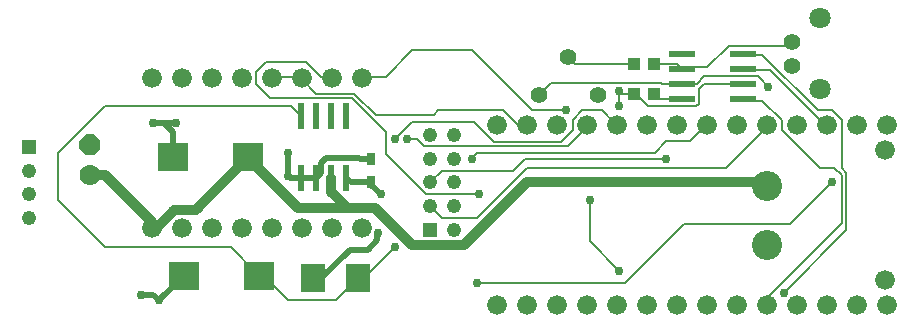
<source format=gbr>
G04 EAGLE Gerber RS-274X export*
G75*
%MOMM*%
%FSLAX34Y34*%
%LPD*%
%INTop Copper*%
%IPPOS*%
%AMOC8*
5,1,8,0,0,1.08239X$1,22.5*%
G01*
%ADD10R,2.600000X2.400000*%
%ADD11P,1.924489X8X112.500000*%
%ADD12C,1.778000*%
%ADD13R,0.800000X1.000000*%
%ADD14R,2.000000X2.400000*%
%ADD15R,1.219200X1.219200*%
%ADD16C,1.219200*%
%ADD17R,1.000000X1.100000*%
%ADD18C,1.676400*%
%ADD19R,0.600000X2.200000*%
%ADD20R,2.200000X0.600000*%
%ADD21C,2.550000*%
%ADD22C,1.422400*%
%ADD23C,1.800000*%
%ADD24C,0.152400*%
%ADD25C,0.756400*%
%ADD26C,0.508000*%
%ADD27C,0.812800*%


D10*
X220950Y21100D03*
X157450Y21100D03*
X230250Y-78900D03*
X166750Y-78900D03*
D11*
X87300Y31700D03*
D12*
X87300Y6300D03*
D13*
X325000Y20000D03*
X325000Y0D03*
D14*
X275700Y-81100D03*
X313700Y-81100D03*
D15*
X375000Y-40000D03*
D16*
X395000Y-40000D03*
X375000Y-20000D03*
X395000Y-20000D03*
X375000Y0D03*
X395000Y0D03*
X375000Y20000D03*
X395000Y20000D03*
X375000Y40000D03*
X395000Y40000D03*
D15*
X35400Y30000D03*
D16*
X35400Y10000D03*
X35400Y-10000D03*
X35400Y-30000D03*
D17*
X564500Y100000D03*
X547500Y100000D03*
X564500Y75000D03*
X547500Y75000D03*
D18*
X240700Y88500D03*
X266100Y88500D03*
X291500Y88500D03*
X316900Y88500D03*
X240700Y-38500D03*
X266100Y-38500D03*
X291500Y-38500D03*
X316900Y-38500D03*
X215300Y88500D03*
X189900Y88500D03*
X164500Y88500D03*
X139100Y88500D03*
X139100Y-38500D03*
X164500Y-38500D03*
X189900Y-38500D03*
X215300Y-38500D03*
D19*
X291350Y56000D03*
X291350Y4000D03*
X304050Y56000D03*
X278650Y56000D03*
X265950Y56000D03*
X304050Y4000D03*
X278650Y4000D03*
X265950Y4000D03*
D20*
X639900Y83650D03*
X587900Y83650D03*
X639900Y70950D03*
X639900Y96350D03*
X639900Y109050D03*
X587900Y70950D03*
X587900Y96350D03*
X587900Y109050D03*
D21*
X660000Y-3000D03*
X660000Y-53000D03*
D18*
X760000Y27000D03*
X760000Y-83000D03*
D22*
X517000Y74000D03*
X467000Y74000D03*
X492000Y106000D03*
X681300Y98800D03*
X681300Y118800D03*
D23*
X705300Y78800D03*
X705300Y138800D03*
D18*
X762000Y-104200D03*
X736600Y-104200D03*
X711200Y-104200D03*
X685800Y-104200D03*
X660400Y-104200D03*
X635000Y-104200D03*
X609600Y-104200D03*
X584200Y-104200D03*
X558800Y-104200D03*
X533400Y-104200D03*
X508000Y-104200D03*
X482600Y-104200D03*
X457200Y-104200D03*
X431800Y-104200D03*
X431800Y48200D03*
X457200Y48200D03*
X482600Y48200D03*
X508000Y48200D03*
X533400Y48200D03*
X558800Y48200D03*
X584200Y48200D03*
X609600Y48200D03*
X635000Y48200D03*
X660400Y48200D03*
X685800Y48200D03*
X711200Y48200D03*
X736600Y48200D03*
X762000Y48200D03*
D24*
X323088Y20320D02*
X315000Y20320D01*
X323088Y20320D02*
X325000Y20000D01*
D25*
X255000Y25000D03*
X255000Y5000D03*
D26*
X255000Y25000D01*
X255000Y5000D02*
X256000Y4000D01*
X265950Y4000D01*
X278650Y4000D01*
X282206Y7556D01*
X282206Y16040D01*
X286486Y20320D01*
X315000Y20320D01*
X315320Y20000D01*
X325000Y20000D01*
D25*
X160000Y50000D03*
X140000Y50000D03*
D26*
X150000Y50000D01*
X160000Y50000D01*
X157450Y42550D02*
X150000Y50000D01*
X157450Y42550D02*
X157450Y21100D01*
D24*
X606570Y83650D02*
X639900Y83650D01*
D25*
X130000Y-95000D03*
X145000Y-100000D03*
D26*
X145650Y-100000D02*
X166750Y-78900D01*
X145650Y-100000D02*
X145000Y-100000D01*
X140650Y-95000D02*
X130000Y-95000D01*
X140650Y-95000D02*
X145650Y-100000D01*
D24*
X600268Y64648D02*
X602202Y66582D01*
X549330Y75000D02*
X547500Y75000D01*
X602202Y79282D02*
X606570Y83650D01*
X602202Y79282D02*
X602202Y66582D01*
X559682Y64648D02*
X549330Y75000D01*
X559682Y64648D02*
X600268Y64648D01*
D25*
X535000Y77000D03*
X535000Y65000D03*
D24*
X537000Y75000D02*
X547500Y75000D01*
X537000Y75000D02*
X535000Y77000D01*
X535000Y65000D01*
D27*
X403831Y-52700D02*
X359739Y-52700D01*
X655000Y500D02*
X660000Y-3000D01*
X655000Y500D02*
X457031Y500D01*
X403831Y-52700D01*
X359739Y-52700D02*
X328604Y-21565D01*
X220950Y20661D02*
X220950Y21100D01*
X176336Y-23514D01*
X143307Y-38500D02*
X139100Y-38500D01*
X158293Y-23514D02*
X176336Y-23514D01*
X158293Y-23514D02*
X143307Y-38500D01*
X139100Y-38500D02*
X139100Y-33500D01*
X99300Y6300D01*
X263175Y-21565D02*
X305000Y-21565D01*
X328604Y-21565D01*
X263175Y-21565D02*
X220950Y20661D01*
X291350Y-7915D02*
X305000Y-21565D01*
X291350Y-7915D02*
X291350Y4000D01*
X99300Y6300D02*
X87300Y6300D01*
D24*
X589280Y97536D02*
X609600Y97536D01*
X627888Y115824D01*
X678688Y115824D01*
X680720Y117856D01*
X589280Y97536D02*
X587900Y96350D01*
X680720Y117856D02*
X681300Y118800D01*
X587900Y96350D02*
X584250Y100000D01*
X564500Y100000D01*
D25*
X661176Y80960D03*
D24*
X587900Y83650D02*
X571020Y83650D01*
X570256Y84414D01*
X477414Y84414D01*
X467000Y74000D01*
X587900Y83650D02*
X600822Y83650D01*
X652268Y89952D02*
X654202Y88018D01*
X654202Y87934D01*
X661176Y80960D01*
X607124Y89952D02*
X600822Y83650D01*
X607124Y89952D02*
X652268Y89952D01*
X656336Y69088D02*
X640080Y69088D01*
X656336Y69088D02*
X672592Y52832D01*
X672592Y44704D01*
X705104Y12192D01*
X717296Y12192D01*
X723392Y6096D01*
X723392Y-34544D01*
X660400Y-97536D01*
X660400Y-104200D01*
X640080Y69088D02*
X639900Y70950D01*
X640080Y107696D02*
X656336Y107696D01*
X703072Y60960D01*
X715264Y60960D01*
X723392Y52832D01*
X723392Y12192D01*
X727456Y8128D01*
X727456Y-40640D01*
X674624Y-93472D01*
X640080Y107696D02*
X639900Y109050D01*
D25*
X674624Y-93472D03*
D24*
X662432Y95504D02*
X640080Y95504D01*
X662432Y95504D02*
X711200Y46736D01*
X640080Y95504D02*
X639900Y96350D01*
X711200Y48200D02*
X711200Y46736D01*
X587900Y70950D02*
X568550Y70950D01*
X564500Y75000D01*
X323088Y0D02*
X306832Y0D01*
X304800Y2032D01*
X304050Y4000D01*
X323088Y0D02*
X333248Y-10160D01*
X325000Y0D02*
X323088Y0D01*
D25*
X331216Y-42512D03*
X333248Y-10160D03*
D26*
X308050Y0D02*
X304050Y4000D01*
X308050Y0D02*
X325000Y0D01*
X325000Y-1912D01*
X333248Y-10160D01*
X282628Y-81100D02*
X275700Y-81100D01*
X330362Y-42512D02*
X331216Y-42512D01*
X330362Y-42512D02*
X330362Y-49076D01*
X322476Y-56962D01*
X306766Y-56962D01*
X282628Y-81100D01*
D24*
X230250Y-78900D02*
X206350Y-55000D01*
X100000Y-55000D01*
X60000Y-15000D01*
X60000Y25000D01*
X100000Y65000D01*
X256950Y65000D02*
X265950Y56000D01*
X256950Y65000D02*
X100000Y65000D01*
X295000Y-100000D02*
X310000Y-85000D01*
X295000Y-100000D02*
X255000Y-100000D01*
X235000Y-80000D01*
X310000Y-85000D02*
X313700Y-81100D01*
X235000Y-80000D02*
X230250Y-78900D01*
X320000Y-80000D02*
X345000Y-55000D01*
X320000Y-80000D02*
X315000Y-80000D01*
X313700Y-81100D01*
X680000Y-35000D02*
X715000Y0D01*
X680000Y-35000D02*
X590000Y-35000D01*
X540000Y-85000D01*
X415000Y-85000D01*
D25*
X345000Y-55000D03*
X715000Y0D03*
X415000Y-85000D03*
D24*
X264160Y89408D02*
X241808Y89408D01*
X240700Y88500D01*
X264160Y89408D02*
X266100Y88500D01*
X449072Y48768D02*
X457200Y48768D01*
X449072Y48768D02*
X436880Y60960D01*
X382016Y60960D01*
X377952Y56896D01*
X329184Y56896D01*
X310896Y75184D01*
X278384Y75184D01*
X266192Y87376D01*
X457200Y48768D02*
X457200Y48200D01*
X266192Y87376D02*
X266100Y88500D01*
X355600Y36576D02*
X363728Y36576D01*
X369824Y30480D01*
X491744Y30480D01*
X508000Y46736D01*
X508000Y48200D01*
D25*
X355600Y36576D03*
D24*
X345440Y36576D02*
X359664Y50800D01*
X412496Y50800D01*
X428752Y34544D01*
X485648Y34544D01*
X495808Y44704D01*
X495808Y52832D01*
X503936Y60960D01*
X520192Y60960D01*
X532384Y48768D01*
X533400Y48200D01*
D25*
X345440Y36576D03*
D24*
X290576Y89408D02*
X282448Y89408D01*
X270256Y101600D01*
X235712Y101600D01*
X227584Y93472D01*
X227584Y83312D01*
X239776Y71120D01*
X308864Y71120D01*
X337312Y42672D01*
X337312Y24384D01*
X371856Y-10160D01*
X416560Y-10160D01*
X291500Y88500D02*
X290576Y89408D01*
D25*
X416560Y-10160D03*
D24*
X461264Y60960D02*
X490000Y60960D01*
X461264Y60960D02*
X410464Y111760D01*
X359664Y111760D01*
X337312Y89408D01*
X316992Y89408D01*
X316900Y88500D01*
D25*
X490000Y60960D03*
X510000Y-15000D03*
D24*
X510000Y-50000D01*
X535000Y-75000D01*
D25*
X535000Y-75000D03*
D24*
X498000Y100000D02*
X492000Y106000D01*
X498000Y100000D02*
X547500Y100000D01*
X415000Y25000D02*
X410000Y20000D01*
X415000Y25000D02*
X565000Y25000D01*
X575000Y35000D01*
X595000Y35000D01*
X605000Y45000D01*
X609600Y48200D01*
D25*
X410000Y20000D03*
D24*
X385000Y10000D02*
X375000Y0D01*
X385000Y10000D02*
X445000Y10000D01*
X455000Y20000D01*
X575000Y20000D01*
D25*
X575000Y20000D03*
D24*
X457200Y12192D02*
X430004Y-15004D01*
X457200Y12192D02*
X625856Y12192D01*
X660400Y46736D01*
X660400Y48200D01*
X385000Y-30000D02*
X375000Y-20000D01*
X385000Y-30000D02*
X415000Y-30000D01*
X430000Y-15000D01*
X430004Y-15004D01*
M02*

</source>
